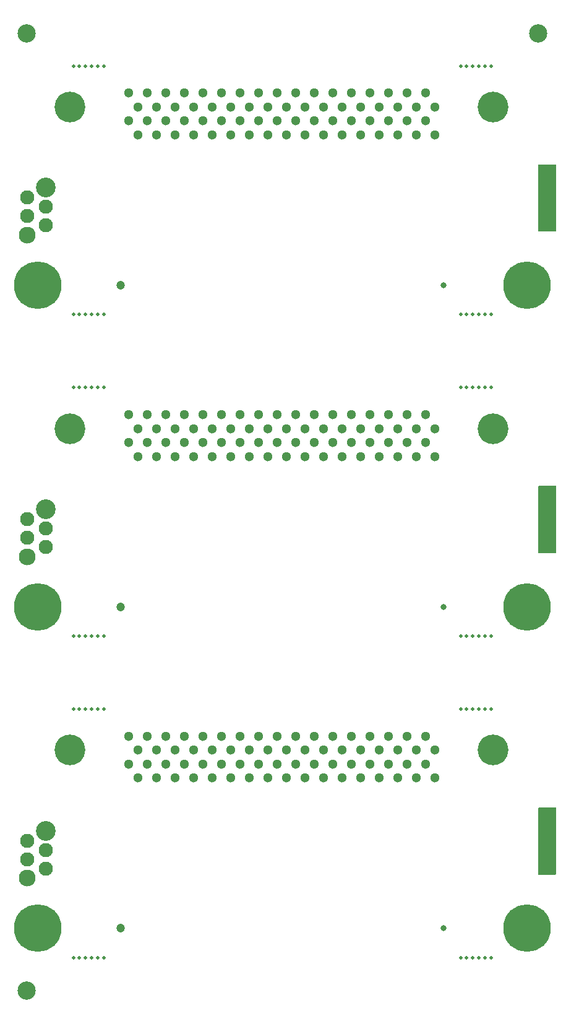
<source format=gbs>
G04 #@! TF.GenerationSoftware,KiCad,Pcbnew,8.0.6*
G04 #@! TF.CreationDate,2024-11-07T02:27:03-08:00*
G04 #@! TF.ProjectId,hvd-68-hd-panel,6876642d-3638-42d6-9864-2d70616e656c,1*
G04 #@! TF.SameCoordinates,Original*
G04 #@! TF.FileFunction,Soldermask,Bot*
G04 #@! TF.FilePolarity,Negative*
%FSLAX46Y46*%
G04 Gerber Fmt 4.6, Leading zero omitted, Abs format (unit mm)*
G04 Created by KiCad (PCBNEW 8.0.6) date 2024-11-07 02:27:03*
%MOMM*%
%LPD*%
G01*
G04 APERTURE LIST*
%ADD10C,0.500000*%
%ADD11C,6.500000*%
%ADD12C,2.300000*%
%ADD13C,2.700000*%
%ADD14C,1.950000*%
%ADD15C,1.300000*%
%ADD16C,4.200000*%
%ADD17C,0.800000*%
%ADD18C,1.200000*%
%ADD19C,2.500000*%
G04 APERTURE END LIST*
D10*
G04 #@! TO.C,KiKit_MB_6_5*
X-62739399Y85002000D03*
G04 #@! TD*
G04 #@! TO.C,KiKit_MB_4_1*
X-61899000Y95002000D03*
G04 #@! TD*
G04 #@! TO.C,KiKit_MB_10_5*
X-62739399Y41002000D03*
G04 #@! TD*
G04 #@! TO.C,KiKit_MB_4_2*
X-62739400Y95002000D03*
G04 #@! TD*
D11*
G04 #@! TO.C,H3*
X-71000000Y55002000D03*
G04 #@! TD*
D10*
G04 #@! TO.C,KiKit_MB_9_3*
X-10579801Y7002000D03*
G04 #@! TD*
G04 #@! TO.C,KiKit_MB_2_3*
X-64420198Y129002000D03*
G04 #@! TD*
G04 #@! TO.C,KiKit_MB_4_3*
X-63579800Y95002000D03*
G04 #@! TD*
G04 #@! TO.C,KiKit_MB_9_2*
X-9739401Y7002000D03*
G04 #@! TD*
G04 #@! TO.C,KiKit_MB_1_6*
X-13101000Y95002000D03*
G04 #@! TD*
D12*
G04 #@! TO.C,J3*
X-72440000Y17872000D03*
D13*
X-69900000Y24342000D03*
D14*
X-72440000Y23012000D03*
X-69900000Y21742000D03*
X-72440000Y20472000D03*
X-69900000Y19202000D03*
G04 #@! TD*
D10*
G04 #@! TO.C,KiKit_MB_12_6*
X-66100999Y7002000D03*
G04 #@! TD*
D11*
G04 #@! TO.C,H4*
X-4000000Y11002000D03*
G04 #@! TD*
D10*
G04 #@! TO.C,KiKit_MB_8_4*
X-64420199Y51002000D03*
G04 #@! TD*
G04 #@! TO.C,KiKit_MB_12_1*
X-61899000Y7002000D03*
G04 #@! TD*
G04 #@! TO.C,KiKit_MB_3_6*
X-8899001Y129002000D03*
G04 #@! TD*
G04 #@! TO.C,KiKit_MB_12_5*
X-65260599Y7002000D03*
G04 #@! TD*
G04 #@! TO.C,KiKit_MB_5_3*
X-10579801Y51002000D03*
G04 #@! TD*
G04 #@! TO.C,KiKit_MB_2_4*
X-63579799Y129002000D03*
G04 #@! TD*
G04 #@! TO.C,KiKit_MB_7_3*
X-11420200Y85002000D03*
G04 #@! TD*
G04 #@! TO.C,KiKit_MB_10_4*
X-63579799Y41002000D03*
G04 #@! TD*
G04 #@! TO.C,KiKit_MB_9_5*
X-12260600Y7002000D03*
G04 #@! TD*
D11*
G04 #@! TO.C,H3*
X-71000000Y99002000D03*
G04 #@! TD*
G04 #@! TO.C,H3*
X-71000000Y11002000D03*
G04 #@! TD*
D10*
G04 #@! TO.C,KiKit_MB_3_2*
X-12260600Y129002000D03*
G04 #@! TD*
G04 #@! TO.C,KiKit_MB_1_4*
X-11420200Y95002000D03*
G04 #@! TD*
G04 #@! TO.C,KiKit_MB_11_4*
X-10579801Y41002000D03*
G04 #@! TD*
G04 #@! TO.C,KiKit_MB_11_3*
X-11420200Y41002000D03*
G04 #@! TD*
G04 #@! TO.C,KiKit_MB_5_4*
X-11420200Y51002000D03*
G04 #@! TD*
G04 #@! TO.C,KiKit_MB_11_2*
X-12260600Y41002000D03*
G04 #@! TD*
G04 #@! TO.C,KiKit_MB_8_2*
X-62739400Y51002000D03*
G04 #@! TD*
G04 #@! TO.C,KiKit_MB_8_3*
X-63579800Y51002000D03*
G04 #@! TD*
G04 #@! TO.C,KiKit_MB_7_4*
X-10579801Y85002000D03*
G04 #@! TD*
G04 #@! TO.C,KiKit_MB_1_2*
X-9739401Y95002000D03*
G04 #@! TD*
G04 #@! TO.C,KiKit_MB_12_2*
X-62739400Y7002000D03*
G04 #@! TD*
G04 #@! TO.C,KiKit_MB_9_6*
X-13101000Y7002000D03*
G04 #@! TD*
G04 #@! TO.C,KiKit_MB_2_5*
X-62739399Y129002000D03*
G04 #@! TD*
G04 #@! TO.C,KiKit_MB_2_1*
X-66100998Y129002000D03*
G04 #@! TD*
G04 #@! TO.C,KiKit_MB_11_6*
X-8899001Y41002000D03*
G04 #@! TD*
G04 #@! TO.C,KiKit_MB_7_1*
X-13101000Y85002000D03*
G04 #@! TD*
G04 #@! TO.C,KiKit_MB_7_5*
X-9739401Y85002000D03*
G04 #@! TD*
G04 #@! TO.C,KiKit_MB_6_1*
X-66100998Y85002000D03*
G04 #@! TD*
G04 #@! TO.C,KiKit_MB_11_5*
X-9739401Y41002000D03*
G04 #@! TD*
D15*
G04 #@! TO.C,J4*
X-58550000Y121486001D03*
X-57280000Y119581001D03*
X-56010000Y121486001D03*
X-54740000Y119581000D03*
X-53470000Y121486001D03*
X-52199999Y119581001D03*
X-50930000Y121486000D03*
X-49659999Y119581000D03*
X-48390000Y121486001D03*
X-47119999Y119581000D03*
X-45850000Y121486001D03*
X-44579998Y119581000D03*
X-43310000Y121486001D03*
X-42039999Y119581001D03*
X-40770000Y121486000D03*
X-39499999Y119581000D03*
X-38230000Y121486000D03*
X-36959999Y119581000D03*
X-35690000Y121486001D03*
X-34420000Y119581001D03*
X-33150000Y121486001D03*
X-31880000Y119581000D03*
X-30610000Y121486001D03*
X-29339998Y119581000D03*
X-28070000Y121486000D03*
X-26799999Y119581000D03*
X-25530000Y121486001D03*
X-24259999Y119581000D03*
X-22990000Y121486001D03*
X-21719998Y119581000D03*
X-20450000Y121486001D03*
X-19179999Y119581001D03*
X-17910000Y121486000D03*
X-16639999Y119581000D03*
X-58550000Y125296000D03*
X-57280000Y123390999D03*
X-56010000Y125296000D03*
X-54740000Y123391000D03*
X-53470000Y125296000D03*
X-52200000Y123391000D03*
X-50930000Y125296000D03*
X-49660000Y123391000D03*
X-48390000Y125296000D03*
X-47120000Y123391000D03*
X-45850000Y125296000D03*
X-44580000Y123390999D03*
X-43310000Y125296000D03*
X-42040000Y123391000D03*
X-40770000Y125296000D03*
X-39500000Y123391000D03*
X-38230000Y125296000D03*
X-36960000Y123391000D03*
X-35690000Y125296000D03*
X-34420000Y123390999D03*
X-33150000Y125296000D03*
X-31880000Y123391000D03*
X-30610000Y125296000D03*
X-29340000Y123391000D03*
X-28070000Y125296000D03*
X-26800000Y123391000D03*
X-25530000Y125296000D03*
X-24260000Y123391000D03*
X-22990000Y125296000D03*
X-21720000Y123390999D03*
X-20450000Y125296000D03*
X-19180000Y123391000D03*
X-17910000Y125296000D03*
X-16640000Y123391000D03*
D16*
X-8639001Y123391000D03*
X-66550000Y123390999D03*
G04 #@! TD*
D10*
G04 #@! TO.C,KiKit_MB_9_4*
X-11420200Y7002000D03*
G04 #@! TD*
G04 #@! TO.C,KiKit_MB_7_2*
X-12260600Y85002000D03*
G04 #@! TD*
G04 #@! TO.C,KiKit_MB_6_4*
X-63579799Y85002000D03*
G04 #@! TD*
G04 #@! TO.C,KiKit_MB_1_5*
X-12260600Y95002000D03*
G04 #@! TD*
G04 #@! TO.C,KiKit_MB_10_2*
X-65260598Y41002000D03*
G04 #@! TD*
G04 #@! TO.C,KiKit_MB_7_6*
X-8899001Y85002000D03*
G04 #@! TD*
D15*
G04 #@! TO.C,J4*
X-58550000Y33486001D03*
X-57280000Y31581001D03*
X-56010000Y33486001D03*
X-54740000Y31581000D03*
X-53470000Y33486001D03*
X-52199999Y31581001D03*
X-50930000Y33486000D03*
X-49659999Y31581000D03*
X-48390000Y33486001D03*
X-47119999Y31581000D03*
X-45850000Y33486001D03*
X-44579998Y31581000D03*
X-43310000Y33486001D03*
X-42039999Y31581001D03*
X-40770000Y33486000D03*
X-39499999Y31581000D03*
X-38230000Y33486000D03*
X-36959999Y31581000D03*
X-35690000Y33486001D03*
X-34420000Y31581001D03*
X-33150000Y33486001D03*
X-31880000Y31581000D03*
X-30610000Y33486001D03*
X-29339998Y31581000D03*
X-28070000Y33486000D03*
X-26799999Y31581000D03*
X-25530000Y33486001D03*
X-24259999Y31581000D03*
X-22990000Y33486001D03*
X-21719998Y31581000D03*
X-20450000Y33486001D03*
X-19179999Y31581001D03*
X-17910000Y33486000D03*
X-16639999Y31581000D03*
X-58550000Y37296000D03*
X-57280000Y35390999D03*
X-56010000Y37296000D03*
X-54740000Y35391000D03*
X-53470000Y37296000D03*
X-52200000Y35391000D03*
X-50930000Y37296000D03*
X-49660000Y35391000D03*
X-48390000Y37296000D03*
X-47120000Y35391000D03*
X-45850000Y37296000D03*
X-44580000Y35390999D03*
X-43310000Y37296000D03*
X-42040000Y35391000D03*
X-40770000Y37296000D03*
X-39500000Y35391000D03*
X-38230000Y37296000D03*
X-36960000Y35391000D03*
X-35690000Y37296000D03*
X-34420000Y35390999D03*
X-33150000Y37296000D03*
X-31880000Y35391000D03*
X-30610000Y37296000D03*
X-29340000Y35391000D03*
X-28070000Y37296000D03*
X-26800000Y35391000D03*
X-25530000Y37296000D03*
X-24260000Y35391000D03*
X-22990000Y37296000D03*
X-21720000Y35390999D03*
X-20450000Y37296000D03*
X-19180000Y35391000D03*
X-17910000Y37296000D03*
X-16640000Y35391000D03*
D16*
X-8639001Y35391000D03*
X-66550000Y35390999D03*
G04 #@! TD*
D10*
G04 #@! TO.C,KiKit_MB_8_1*
X-61899000Y51002000D03*
G04 #@! TD*
D12*
G04 #@! TO.C,J3*
X-72440000Y105872000D03*
D13*
X-69900000Y112342000D03*
D14*
X-72440000Y111012000D03*
X-69900000Y109742000D03*
X-72440000Y108472000D03*
X-69900000Y107202000D03*
G04 #@! TD*
D10*
G04 #@! TO.C,KiKit_MB_3_3*
X-11420200Y129002000D03*
G04 #@! TD*
G04 #@! TO.C,KiKit_MB_6_2*
X-65260598Y85002000D03*
G04 #@! TD*
G04 #@! TO.C,KiKit_MB_8_5*
X-65260599Y51002000D03*
G04 #@! TD*
D11*
G04 #@! TO.C,H4*
X-4000000Y55002000D03*
G04 #@! TD*
D15*
G04 #@! TO.C,J4*
X-58550000Y77486001D03*
X-57280000Y75581001D03*
X-56010000Y77486001D03*
X-54740000Y75581000D03*
X-53470000Y77486001D03*
X-52199999Y75581001D03*
X-50930000Y77486000D03*
X-49659999Y75581000D03*
X-48390000Y77486001D03*
X-47119999Y75581000D03*
X-45850000Y77486001D03*
X-44579998Y75581000D03*
X-43310000Y77486001D03*
X-42039999Y75581001D03*
X-40770000Y77486000D03*
X-39499999Y75581000D03*
X-38230000Y77486000D03*
X-36959999Y75581000D03*
X-35690000Y77486001D03*
X-34420000Y75581001D03*
X-33150000Y77486001D03*
X-31880000Y75581000D03*
X-30610000Y77486001D03*
X-29339998Y75581000D03*
X-28070000Y77486000D03*
X-26799999Y75581000D03*
X-25530000Y77486001D03*
X-24259999Y75581000D03*
X-22990000Y77486001D03*
X-21719998Y75581000D03*
X-20450000Y77486001D03*
X-19179999Y75581001D03*
X-17910000Y77486000D03*
X-16639999Y75581000D03*
X-58550000Y81296000D03*
X-57280000Y79390999D03*
X-56010000Y81296000D03*
X-54740000Y79391000D03*
X-53470000Y81296000D03*
X-52200000Y79391000D03*
X-50930000Y81296000D03*
X-49660000Y79391000D03*
X-48390000Y81296000D03*
X-47120000Y79391000D03*
X-45850000Y81296000D03*
X-44580000Y79390999D03*
X-43310000Y81296000D03*
X-42040000Y79391000D03*
X-40770000Y81296000D03*
X-39500000Y79391000D03*
X-38230000Y81296000D03*
X-36960000Y79391000D03*
X-35690000Y81296000D03*
X-34420000Y79390999D03*
X-33150000Y81296000D03*
X-31880000Y79391000D03*
X-30610000Y81296000D03*
X-29340000Y79391000D03*
X-28070000Y81296000D03*
X-26800000Y79391000D03*
X-25530000Y81296000D03*
X-24260000Y79391000D03*
X-22990000Y81296000D03*
X-21720000Y79390999D03*
X-20450000Y81296000D03*
X-19180000Y79391000D03*
X-17910000Y81296000D03*
X-16640000Y79391000D03*
D16*
X-8639001Y79391000D03*
X-66550000Y79390999D03*
G04 #@! TD*
D10*
G04 #@! TO.C,KiKit_MB_2_2*
X-65260598Y129002000D03*
G04 #@! TD*
G04 #@! TO.C,KiKit_MB_12_4*
X-64420199Y7002000D03*
G04 #@! TD*
G04 #@! TO.C,KiKit_MB_4_5*
X-65260599Y95002000D03*
G04 #@! TD*
G04 #@! TO.C,KiKit_MB_10_1*
X-66100998Y41002000D03*
G04 #@! TD*
G04 #@! TO.C,KiKit_MB_1_3*
X-10579801Y95002000D03*
G04 #@! TD*
G04 #@! TO.C,KiKit_MB_6_3*
X-64420198Y85002000D03*
G04 #@! TD*
G04 #@! TO.C,KiKit_MB_9_1*
X-8899001Y7002000D03*
G04 #@! TD*
G04 #@! TO.C,KiKit_MB_4_4*
X-64420199Y95002000D03*
G04 #@! TD*
G04 #@! TO.C,KiKit_MB_2_6*
X-61898999Y129002000D03*
G04 #@! TD*
G04 #@! TO.C,KiKit_MB_6_6*
X-61898999Y85002000D03*
G04 #@! TD*
G04 #@! TO.C,KiKit_MB_3_5*
X-9739401Y129002000D03*
G04 #@! TD*
G04 #@! TO.C,KiKit_MB_10_6*
X-61898999Y41002000D03*
G04 #@! TD*
G04 #@! TO.C,KiKit_MB_1_1*
X-8899001Y95002000D03*
G04 #@! TD*
D17*
G04 #@! TO.C,J1*
X-15400000Y55002000D03*
D18*
X-59600000Y55002000D03*
G04 #@! TD*
D10*
G04 #@! TO.C,KiKit_MB_5_2*
X-9739401Y51002000D03*
G04 #@! TD*
G04 #@! TO.C,KiKit_MB_8_6*
X-66100999Y51002000D03*
G04 #@! TD*
G04 #@! TO.C,KiKit_MB_12_3*
X-63579800Y7002000D03*
G04 #@! TD*
G04 #@! TO.C,KiKit_MB_5_1*
X-8899001Y51002000D03*
G04 #@! TD*
D17*
G04 #@! TO.C,J1*
X-15400000Y11002000D03*
D18*
X-59600000Y11002000D03*
G04 #@! TD*
D10*
G04 #@! TO.C,KiKit_MB_4_6*
X-66100999Y95002000D03*
G04 #@! TD*
D17*
G04 #@! TO.C,J1*
X-15400000Y99002000D03*
D18*
X-59600000Y99002000D03*
G04 #@! TD*
D10*
G04 #@! TO.C,KiKit_MB_5_6*
X-13101000Y51002000D03*
G04 #@! TD*
D11*
G04 #@! TO.C,H4*
X-4000000Y99002000D03*
G04 #@! TD*
D10*
G04 #@! TO.C,KiKit_MB_3_1*
X-13101000Y129002000D03*
G04 #@! TD*
G04 #@! TO.C,KiKit_MB_3_4*
X-10579801Y129002000D03*
G04 #@! TD*
D12*
G04 #@! TO.C,J3*
X-72440000Y61872000D03*
D13*
X-69900000Y68342000D03*
D14*
X-72440000Y67012000D03*
X-69900000Y65742000D03*
X-72440000Y64472000D03*
X-69900000Y63202000D03*
G04 #@! TD*
D10*
G04 #@! TO.C,KiKit_MB_11_1*
X-13101000Y41002000D03*
G04 #@! TD*
G04 #@! TO.C,KiKit_MB_10_3*
X-64420198Y41002000D03*
G04 #@! TD*
G04 #@! TO.C,KiKit_MB_5_5*
X-12260600Y51002000D03*
G04 #@! TD*
D19*
G04 #@! TO.C,KiKit_FID_B_2*
X-2500000Y133503500D03*
G04 #@! TD*
G04 #@! TO.C,KiKit_FID_B_1*
X-72500000Y133503500D03*
G04 #@! TD*
G04 #@! TO.C,KiKit_FID_B_3*
X-72500000Y2500000D03*
G04 #@! TD*
G36*
X-56961Y71532315D02*
G01*
X-11206Y71479511D01*
X0Y71428000D01*
X0Y62476000D01*
X-19685Y62408961D01*
X-72489Y62363206D01*
X-124000Y62352000D01*
X-2376000Y62352000D01*
X-2443039Y62371685D01*
X-2488794Y62424489D01*
X-2500000Y62476000D01*
X-2500000Y71428000D01*
X-2480315Y71495039D01*
X-2427511Y71540794D01*
X-2376000Y71552000D01*
X-124000Y71552000D01*
X-56961Y71532315D01*
G37*
G36*
X-56961Y115532315D02*
G01*
X-11206Y115479511D01*
X0Y115428000D01*
X0Y106476000D01*
X-19685Y106408961D01*
X-72489Y106363206D01*
X-124000Y106352000D01*
X-2376000Y106352000D01*
X-2443039Y106371685D01*
X-2488794Y106424489D01*
X-2500000Y106476000D01*
X-2500000Y115428000D01*
X-2480315Y115495039D01*
X-2427511Y115540794D01*
X-2376000Y115552000D01*
X-124000Y115552000D01*
X-56961Y115532315D01*
G37*
G36*
X-56961Y27532315D02*
G01*
X-11206Y27479511D01*
X0Y27428000D01*
X0Y18476000D01*
X-19685Y18408961D01*
X-72489Y18363206D01*
X-124000Y18352000D01*
X-2376000Y18352000D01*
X-2443039Y18371685D01*
X-2488794Y18424489D01*
X-2500000Y18476000D01*
X-2500000Y27428000D01*
X-2480315Y27495039D01*
X-2427511Y27540794D01*
X-2376000Y27552000D01*
X-124000Y27552000D01*
X-56961Y27532315D01*
G37*
M02*

</source>
